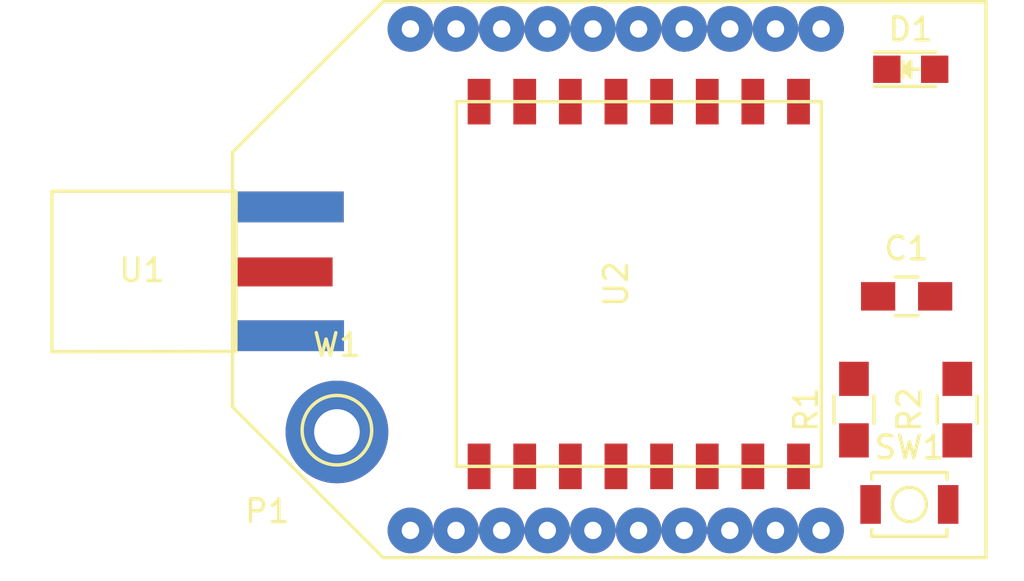
<source format=kicad_pcb>
(kicad_pcb (version 4) (host pcbnew 4.0.4-stable)

  (general
    (links 30)
    (no_connects 28)
    (area 0 0 0 0)
    (thickness 1.6)
    (drawings 0)
    (tracks 0)
    (zones 0)
    (modules 9)
    (nets 23)
  )

  (page A4)
  (layers
    (0 F.Cu signal)
    (31 B.Cu signal)
    (32 B.Adhes user)
    (33 F.Adhes user)
    (34 B.Paste user)
    (35 F.Paste user)
    (36 B.SilkS user)
    (37 F.SilkS user)
    (38 B.Mask user)
    (39 F.Mask user)
    (40 Dwgs.User user)
    (41 Cmts.User user)
    (42 Eco1.User user)
    (43 Eco2.User user)
    (44 Edge.Cuts user)
    (45 Margin user)
    (46 B.CrtYd user)
    (47 F.CrtYd user)
    (48 B.Fab user)
    (49 F.Fab user)
  )

  (setup
    (last_trace_width 0.25)
    (trace_clearance 0.2)
    (zone_clearance 0.508)
    (zone_45_only no)
    (trace_min 0.2)
    (segment_width 0.2)
    (edge_width 0.15)
    (via_size 0.6)
    (via_drill 0.4)
    (via_min_size 0.4)
    (via_min_drill 0.3)
    (uvia_size 0.3)
    (uvia_drill 0.1)
    (uvias_allowed no)
    (uvia_min_size 0.2)
    (uvia_min_drill 0.1)
    (pcb_text_width 0.3)
    (pcb_text_size 1.5 1.5)
    (mod_edge_width 0.15)
    (mod_text_size 1 1)
    (mod_text_width 0.15)
    (pad_size 1.524 1.524)
    (pad_drill 0.762)
    (pad_to_mask_clearance 0.2)
    (aux_axis_origin 0 0)
    (visible_elements FFFFFF7F)
    (pcbplotparams
      (layerselection 0x00030_80000001)
      (usegerberextensions false)
      (excludeedgelayer true)
      (linewidth 0.100000)
      (plotframeref false)
      (viasonmask false)
      (mode 1)
      (useauxorigin false)
      (hpglpennumber 1)
      (hpglpenspeed 20)
      (hpglpendiameter 15)
      (hpglpenoverlay 2)
      (psnegative false)
      (psa4output false)
      (plotreference true)
      (plotvalue true)
      (plotinvisibletext false)
      (padsonsilk false)
      (subtractmaskfromsilk false)
      (outputformat 1)
      (mirror false)
      (drillshape 1)
      (scaleselection 1)
      (outputdirectory ""))
  )

  (net 0 "")
  (net 1 nRESET)
  (net 2 GND)
  (net 3 RFM_VIN)
  (net 4 "Net-(D1-Pad1)")
  (net 5 "Net-(P1-Pad2)")
  (net 6 "Net-(P1-Pad3)")
  (net 7 SPI_MISO)
  (net 8 "Net-(P1-Pad6)")
  (net 9 "Net-(P1-Pad7)")
  (net 10 "Net-(P1-Pad8)")
  (net 11 SPI_MOSI)
  (net 12 DIO4)
  (net 13 "Net-(P1-Pad13)")
  (net 14 "Net-(P1-Pad14)")
  (net 15 SPI_SCK)
  (net 16 DIO5)
  (net 17 DIO3)
  (net 18 DIO2)
  (net 19 DIO1)
  (net 20 DIO0)
  (net 21 SPI_nCS)
  (net 22 ANT)

  (net_class Default "This is the default net class."
    (clearance 0.2)
    (trace_width 0.25)
    (via_dia 0.6)
    (via_drill 0.4)
    (uvia_dia 0.3)
    (uvia_drill 0.1)
    (add_net ANT)
    (add_net DIO0)
    (add_net DIO1)
    (add_net DIO2)
    (add_net DIO3)
    (add_net DIO4)
    (add_net DIO5)
    (add_net GND)
    (add_net "Net-(D1-Pad1)")
    (add_net "Net-(P1-Pad13)")
    (add_net "Net-(P1-Pad14)")
    (add_net "Net-(P1-Pad2)")
    (add_net "Net-(P1-Pad3)")
    (add_net "Net-(P1-Pad6)")
    (add_net "Net-(P1-Pad7)")
    (add_net "Net-(P1-Pad8)")
    (add_net RFM_VIN)
    (add_net SPI_MISO)
    (add_net SPI_MOSI)
    (add_net SPI_SCK)
    (add_net SPI_nCS)
    (add_net nRESET)
  )

  (module Capacitors_SMD:C_0805_HandSoldering (layer F.Cu) (tedit 541A9B8D) (tstamp 583F0922)
    (at 171.4 93.35)
    (descr "Capacitor SMD 0805, hand soldering")
    (tags "capacitor 0805")
    (path /5838E25D)
    (attr smd)
    (fp_text reference C1 (at 0 -2.1) (layer F.SilkS)
      (effects (font (size 1 1) (thickness 0.15)))
    )
    (fp_text value 15nF (at 0 2.1) (layer F.Fab)
      (effects (font (size 1 1) (thickness 0.15)))
    )
    (fp_line (start -1 0.625) (end -1 -0.625) (layer F.Fab) (width 0.15))
    (fp_line (start 1 0.625) (end -1 0.625) (layer F.Fab) (width 0.15))
    (fp_line (start 1 -0.625) (end 1 0.625) (layer F.Fab) (width 0.15))
    (fp_line (start -1 -0.625) (end 1 -0.625) (layer F.Fab) (width 0.15))
    (fp_line (start -2.3 -1) (end 2.3 -1) (layer F.CrtYd) (width 0.05))
    (fp_line (start -2.3 1) (end 2.3 1) (layer F.CrtYd) (width 0.05))
    (fp_line (start -2.3 -1) (end -2.3 1) (layer F.CrtYd) (width 0.05))
    (fp_line (start 2.3 -1) (end 2.3 1) (layer F.CrtYd) (width 0.05))
    (fp_line (start 0.5 -0.85) (end -0.5 -0.85) (layer F.SilkS) (width 0.15))
    (fp_line (start -0.5 0.85) (end 0.5 0.85) (layer F.SilkS) (width 0.15))
    (pad 1 smd rect (at -1.25 0) (size 1.5 1.25) (layers F.Cu F.Paste F.Mask)
      (net 1 nRESET))
    (pad 2 smd rect (at 1.25 0) (size 1.5 1.25) (layers F.Cu F.Paste F.Mask)
      (net 2 GND))
    (model Capacitors_SMD.3dshapes/C_0805_HandSoldering.wrl
      (at (xyz 0 0 0))
      (scale (xyz 1 1 1))
      (rotate (xyz 0 0 0))
    )
  )

  (module LEDs:LED_0805 (layer F.Cu) (tedit 55BDE1C2) (tstamp 583F0928)
    (at 171.58 83.39)
    (descr "LED 0805 smd package")
    (tags "LED 0805 SMD")
    (path /5838C372)
    (attr smd)
    (fp_text reference D1 (at 0 -1.75) (layer F.SilkS)
      (effects (font (size 1 1) (thickness 0.15)))
    )
    (fp_text value POWER (at 0 1.75) (layer F.Fab)
      (effects (font (size 1 1) (thickness 0.15)))
    )
    (fp_line (start -0.4 -0.3) (end -0.4 0.3) (layer F.Fab) (width 0.15))
    (fp_line (start -0.3 0) (end 0 -0.3) (layer F.Fab) (width 0.15))
    (fp_line (start 0 0.3) (end -0.3 0) (layer F.Fab) (width 0.15))
    (fp_line (start 0 -0.3) (end 0 0.3) (layer F.Fab) (width 0.15))
    (fp_line (start 1 -0.6) (end -1 -0.6) (layer F.Fab) (width 0.15))
    (fp_line (start 1 0.6) (end 1 -0.6) (layer F.Fab) (width 0.15))
    (fp_line (start -1 0.6) (end 1 0.6) (layer F.Fab) (width 0.15))
    (fp_line (start -1 -0.6) (end -1 0.6) (layer F.Fab) (width 0.15))
    (fp_line (start -1.6 0.75) (end 1.1 0.75) (layer F.SilkS) (width 0.15))
    (fp_line (start -1.6 -0.75) (end 1.1 -0.75) (layer F.SilkS) (width 0.15))
    (fp_line (start -0.1 0.15) (end -0.1 -0.1) (layer F.SilkS) (width 0.15))
    (fp_line (start -0.1 -0.1) (end -0.25 0.05) (layer F.SilkS) (width 0.15))
    (fp_line (start -0.35 -0.35) (end -0.35 0.35) (layer F.SilkS) (width 0.15))
    (fp_line (start 0 0) (end 0.35 0) (layer F.SilkS) (width 0.15))
    (fp_line (start -0.35 0) (end 0 -0.35) (layer F.SilkS) (width 0.15))
    (fp_line (start 0 -0.35) (end 0 0.35) (layer F.SilkS) (width 0.15))
    (fp_line (start 0 0.35) (end -0.35 0) (layer F.SilkS) (width 0.15))
    (fp_line (start 1.9 -0.95) (end 1.9 0.95) (layer F.CrtYd) (width 0.05))
    (fp_line (start 1.9 0.95) (end -1.9 0.95) (layer F.CrtYd) (width 0.05))
    (fp_line (start -1.9 0.95) (end -1.9 -0.95) (layer F.CrtYd) (width 0.05))
    (fp_line (start -1.9 -0.95) (end 1.9 -0.95) (layer F.CrtYd) (width 0.05))
    (pad 2 smd rect (at 1.04902 0 180) (size 1.19888 1.19888) (layers F.Cu F.Paste F.Mask)
      (net 3 RFM_VIN))
    (pad 1 smd rect (at -1.04902 0 180) (size 1.19888 1.19888) (layers F.Cu F.Paste F.Mask)
      (net 4 "Net-(D1-Pad1)"))
    (model LEDs.3dshapes/LED_0805.wrl
      (at (xyz 0 0 0))
      (scale (xyz 1 1 1))
      (rotate (xyz 0 0 0))
    )
  )

  (module Xbee:Xbee_mod (layer F.Cu) (tedit 57D6BC02) (tstamp 583F0940)
    (at 148.46 104.81)
    (path /583BEC95)
    (fp_text reference P1 (at -5.08 -2.032) (layer F.SilkS)
      (effects (font (size 1 1) (thickness 0.15)))
    )
    (fp_text value XBEE (at 11.684 -18.796) (layer F.Fab)
      (effects (font (size 1 1) (thickness 0.15)))
    )
    (fp_circle (center -2.032 -5.588) (end -2.032 -4.064) (layer F.SilkS) (width 0.15))
    (fp_line (start -6.604 -6.604) (end 0 0) (layer F.SilkS) (width 0.15))
    (fp_line (start -6.604 -6.604) (end -6.604 -17.78) (layer F.SilkS) (width 0.15))
    (fp_line (start -6.604 -17.78) (end 0 -24.384) (layer F.SilkS) (width 0.15))
    (fp_line (start 0 -24.384) (end 26.416 -24.384) (layer F.SilkS) (width 0.15))
    (fp_line (start 26.416 -24.384) (end 26.416 0) (layer F.SilkS) (width 0.15))
    (fp_line (start 26.416 0) (end 0 0) (layer F.SilkS) (width 0.15))
    (pad 1 thru_hole circle (at 1.19 -1.19) (size 2 2) (drill 0.762) (layers *.Cu *.Mask)
      (net 3 RFM_VIN))
    (pad 2 thru_hole circle (at 3.19 -1.19) (size 2 2) (drill 0.762) (layers *.Cu *.Mask)
      (net 5 "Net-(P1-Pad2)"))
    (pad 3 thru_hole circle (at 5.19 -1.19) (size 2 2) (drill 0.762) (layers *.Cu *.Mask)
      (net 6 "Net-(P1-Pad3)"))
    (pad 4 thru_hole circle (at 7.19 -1.19) (size 2 2) (drill 0.762) (layers *.Cu *.Mask)
      (net 7 SPI_MISO))
    (pad 5 thru_hole circle (at 9.19 -1.19) (size 2 2) (drill 0.762) (layers *.Cu *.Mask)
      (net 1 nRESET))
    (pad 6 thru_hole circle (at 11.19 -1.19) (size 2 2) (drill 0.762) (layers *.Cu *.Mask)
      (net 8 "Net-(P1-Pad6)"))
    (pad 7 thru_hole circle (at 13.19 -1.19) (size 2 2) (drill 0.762) (layers *.Cu *.Mask)
      (net 9 "Net-(P1-Pad7)"))
    (pad 8 thru_hole circle (at 15.19 -1.19) (size 2 2) (drill 0.762) (layers *.Cu *.Mask)
      (net 10 "Net-(P1-Pad8)"))
    (pad 9 thru_hole circle (at 17.19 -1.19) (size 2 2) (drill 0.762) (layers *.Cu *.Mask)
      (net 11 SPI_MOSI))
    (pad 10 thru_hole circle (at 19.19 -1.19) (size 2 2) (drill 0.762) (layers *.Cu *.Mask)
      (net 2 GND))
    (pad 11 thru_hole circle (at 19.19 -23.19) (size 2 2) (drill 0.762) (layers *.Cu *.Mask)
      (net 12 DIO4))
    (pad 13 thru_hole circle (at 15.19 -23.19) (size 2 2) (drill 0.762) (layers *.Cu *.Mask)
      (net 13 "Net-(P1-Pad13)"))
    (pad 14 thru_hole circle (at 13.19 -23.19) (size 2 2) (drill 0.762) (layers *.Cu *.Mask)
      (net 14 "Net-(P1-Pad14)"))
    (pad 15 thru_hole circle (at 11.19 -23.19) (size 2 2) (drill 0.762) (layers *.Cu *.Mask)
      (net 15 SPI_SCK))
    (pad 16 thru_hole circle (at 9.19 -23.19) (size 2 2) (drill 0.762) (layers *.Cu *.Mask)
      (net 16 DIO5))
    (pad 17 thru_hole circle (at 7.19 -23.19) (size 2 2) (drill 0.762) (layers *.Cu *.Mask)
      (net 17 DIO3))
    (pad 18 thru_hole circle (at 5.19 -23.19) (size 2 2) (drill 0.762) (layers *.Cu *.Mask)
      (net 18 DIO2))
    (pad 19 thru_hole circle (at 3.19 -23.19) (size 2 2) (drill 0.762) (layers *.Cu *.Mask)
      (net 19 DIO1))
    (pad 20 thru_hole circle (at 1.19 -23.19) (size 2 2) (drill 0.762) (layers *.Cu *.Mask)
      (net 20 DIO0))
    (pad 12 thru_hole circle (at 17.19 -23.19) (size 2 2) (drill 0.762) (layers *.Cu *.Mask)
      (net 21 SPI_nCS))
  )

  (module Resistors_SMD:R_0805_HandSoldering (layer F.Cu) (tedit 58307B90) (tstamp 583F0946)
    (at 169.09 98.32 90)
    (descr "Resistor SMD 0805, hand soldering")
    (tags "resistor 0805")
    (path /5838C3C9)
    (attr smd)
    (fp_text reference R1 (at 0 -2.1 90) (layer F.SilkS)
      (effects (font (size 1 1) (thickness 0.15)))
    )
    (fp_text value 1K (at 0 2.1 90) (layer F.Fab)
      (effects (font (size 1 1) (thickness 0.15)))
    )
    (fp_line (start -1 0.625) (end -1 -0.625) (layer F.Fab) (width 0.1))
    (fp_line (start 1 0.625) (end -1 0.625) (layer F.Fab) (width 0.1))
    (fp_line (start 1 -0.625) (end 1 0.625) (layer F.Fab) (width 0.1))
    (fp_line (start -1 -0.625) (end 1 -0.625) (layer F.Fab) (width 0.1))
    (fp_line (start -2.4 -1) (end 2.4 -1) (layer F.CrtYd) (width 0.05))
    (fp_line (start -2.4 1) (end 2.4 1) (layer F.CrtYd) (width 0.05))
    (fp_line (start -2.4 -1) (end -2.4 1) (layer F.CrtYd) (width 0.05))
    (fp_line (start 2.4 -1) (end 2.4 1) (layer F.CrtYd) (width 0.05))
    (fp_line (start 0.6 0.875) (end -0.6 0.875) (layer F.SilkS) (width 0.15))
    (fp_line (start -0.6 -0.875) (end 0.6 -0.875) (layer F.SilkS) (width 0.15))
    (pad 1 smd rect (at -1.35 0 90) (size 1.5 1.3) (layers F.Cu F.Paste F.Mask)
      (net 4 "Net-(D1-Pad1)"))
    (pad 2 smd rect (at 1.35 0 90) (size 1.5 1.3) (layers F.Cu F.Paste F.Mask)
      (net 2 GND))
    (model Resistors_SMD.3dshapes/R_0805_HandSoldering.wrl
      (at (xyz 0 0 0))
      (scale (xyz 1 1 1))
      (rotate (xyz 0 0 0))
    )
  )

  (module Resistors_SMD:R_0805_HandSoldering (layer F.Cu) (tedit 58307B90) (tstamp 583F094C)
    (at 173.62 98.32 90)
    (descr "Resistor SMD 0805, hand soldering")
    (tags "resistor 0805")
    (path /583C38A1)
    (attr smd)
    (fp_text reference R2 (at 0 -2.1 90) (layer F.SilkS)
      (effects (font (size 1 1) (thickness 0.15)))
    )
    (fp_text value 1K (at 0 2.1 90) (layer F.Fab)
      (effects (font (size 1 1) (thickness 0.15)))
    )
    (fp_line (start -1 0.625) (end -1 -0.625) (layer F.Fab) (width 0.1))
    (fp_line (start 1 0.625) (end -1 0.625) (layer F.Fab) (width 0.1))
    (fp_line (start 1 -0.625) (end 1 0.625) (layer F.Fab) (width 0.1))
    (fp_line (start -1 -0.625) (end 1 -0.625) (layer F.Fab) (width 0.1))
    (fp_line (start -2.4 -1) (end 2.4 -1) (layer F.CrtYd) (width 0.05))
    (fp_line (start -2.4 1) (end 2.4 1) (layer F.CrtYd) (width 0.05))
    (fp_line (start -2.4 -1) (end -2.4 1) (layer F.CrtYd) (width 0.05))
    (fp_line (start 2.4 -1) (end 2.4 1) (layer F.CrtYd) (width 0.05))
    (fp_line (start 0.6 0.875) (end -0.6 0.875) (layer F.SilkS) (width 0.15))
    (fp_line (start -0.6 -0.875) (end 0.6 -0.875) (layer F.SilkS) (width 0.15))
    (pad 1 smd rect (at -1.35 0 90) (size 1.5 1.3) (layers F.Cu F.Paste F.Mask)
      (net 3 RFM_VIN))
    (pad 2 smd rect (at 1.35 0 90) (size 1.5 1.3) (layers F.Cu F.Paste F.Mask)
      (net 1 nRESET))
    (model Resistors_SMD.3dshapes/R_0805_HandSoldering.wrl
      (at (xyz 0 0 0))
      (scale (xyz 1 1 1))
      (rotate (xyz 0 0 0))
    )
  )

  (module Buttons_Switches_SMD:SW_SPST_B3U-1000P (layer F.Cu) (tedit 56EAB432) (tstamp 583F0952)
    (at 171.52 102.48)
    (descr "Ultra-small-sized Tactile Switch with High Contact Reliability, Top-actuated Model, without Ground Terminal, without Boss")
    (tags "Tactile Switch")
    (path /5838DE71)
    (attr smd)
    (fp_text reference SW1 (at 0 -2.5) (layer F.SilkS)
      (effects (font (size 1 1) (thickness 0.15)))
    )
    (fp_text value RESET (at 0 2.5) (layer F.Fab)
      (effects (font (size 1 1) (thickness 0.15)))
    )
    (fp_line (start -2.4 1.65) (end 2.4 1.65) (layer F.CrtYd) (width 0.05))
    (fp_line (start 2.4 1.65) (end 2.4 -1.65) (layer F.CrtYd) (width 0.05))
    (fp_line (start 2.4 -1.65) (end -2.4 -1.65) (layer F.CrtYd) (width 0.05))
    (fp_line (start -2.4 -1.65) (end -2.4 1.65) (layer F.CrtYd) (width 0.05))
    (fp_circle (center 0 0) (end 0.75 0) (layer F.SilkS) (width 0.15))
    (fp_line (start -1.65 1.1) (end -1.65 1.4) (layer F.SilkS) (width 0.15))
    (fp_line (start -1.65 1.4) (end 1.65 1.4) (layer F.SilkS) (width 0.15))
    (fp_line (start 1.65 1.4) (end 1.65 1.1) (layer F.SilkS) (width 0.15))
    (fp_line (start -1.65 -1.1) (end -1.65 -1.4) (layer F.SilkS) (width 0.15))
    (fp_line (start -1.65 -1.4) (end 1.65 -1.4) (layer F.SilkS) (width 0.15))
    (fp_line (start 1.65 -1.4) (end 1.65 -1.1) (layer F.SilkS) (width 0.15))
    (fp_line (start -1.5 -1.25) (end 1.5 -1.25) (layer F.Fab) (width 0.15))
    (fp_line (start 1.5 -1.25) (end 1.5 1.25) (layer F.Fab) (width 0.15))
    (fp_line (start 1.5 1.25) (end -1.5 1.25) (layer F.Fab) (width 0.15))
    (fp_line (start -1.5 1.25) (end -1.5 -1.25) (layer F.Fab) (width 0.15))
    (pad 1 smd rect (at -1.7 0) (size 0.9 1.7) (layers F.Cu F.Paste F.Mask)
      (net 2 GND))
    (pad 2 smd rect (at 1.7 0) (size 0.9 1.7) (layers F.Cu F.Paste F.Mask)
      (net 1 nRESET))
  )

  (module sma:Sma_Edge_6 (layer F.Cu) (tedit 583F09E3) (tstamp 583F095B)
    (at 142.04 88.77)
    (path /583BE8AA)
    (fp_text reference U1 (at -4.15 3.43) (layer F.SilkS)
      (effects (font (size 1 1) (thickness 0.15)))
    )
    (fp_text value EDGE_SMA (at -9.53 3.6 90) (layer F.Fab)
      (effects (font (size 1 1) (thickness 0.15)))
    )
    (fp_line (start -0.03 -0.02) (end -0.04 7) (layer F.SilkS) (width 0.15))
    (fp_line (start -0.04 7) (end -8.1 7.01) (layer F.SilkS) (width 0.15))
    (fp_line (start -8.1 7.01) (end -8.1 -0.03) (layer F.SilkS) (width 0.15))
    (fp_line (start -8.1 -0.03) (end -0.03 -0.03) (layer F.SilkS) (width 0.15))
    (pad 5 smd rect (at 2.33 0.66) (size 4.7 1.35) (layers B.Cu F.Paste F.Mask)
      (net 2 GND))
    (pad 1 smd rect (at 2.1 3.51) (size 4.2 1.27) (layers F.Cu F.Paste F.Mask)
      (net 22 ANT))
    (pad 2 smd rect (at 2.34 0.66) (size 4.7 1.35) (layers F.Cu F.Paste F.Mask)
      (net 2 GND))
    (pad 3 smd rect (at 2.35 6.31) (size 4.7 1.35) (layers F.Cu F.Paste F.Mask)
      (net 2 GND))
    (pad 4 smd rect (at 2.35 6.31) (size 4.7 1.35) (layers B.Cu F.Paste F.Mask)
      (net 2 GND))
  )

  (module Temp:RFM92_95_96_98 (layer F.Cu) (tedit 583DAC8B) (tstamp 583F096F)
    (at 152.66 100.81 90)
    (path /583BEAC0)
    (fp_text reference U2 (at 8 6 90) (layer F.SilkS)
      (effects (font (size 1 1) (thickness 0.15)))
    )
    (fp_text value RFM92/95 (at 8 2.5 90) (layer F.Fab)
      (effects (font (size 1 1) (thickness 0.15)))
    )
    (fp_line (start 0 -1) (end 0 15) (layer F.SilkS) (width 0.15))
    (fp_line (start 0 15) (end 16 15) (layer F.SilkS) (width 0.15))
    (fp_line (start 16 15) (end 16 -1) (layer F.SilkS) (width 0.15))
    (fp_line (start 16 -1) (end 0 -1) (layer F.SilkS) (width 0.15))
    (pad 1 smd rect (at 0 0 90) (size 2 1) (layers F.Cu F.Paste F.Mask)
      (net 2 GND))
    (pad 2 smd rect (at 0 2 90) (size 2 1) (layers F.Cu F.Paste F.Mask)
      (net 7 SPI_MISO))
    (pad 3 smd rect (at 0 4 90) (size 2 1) (layers F.Cu F.Paste F.Mask)
      (net 11 SPI_MOSI))
    (pad 4 smd rect (at 0 6 90) (size 2 1) (layers F.Cu F.Paste F.Mask)
      (net 15 SPI_SCK))
    (pad 5 smd rect (at 0 8 90) (size 2 1) (layers F.Cu F.Paste F.Mask)
      (net 21 SPI_nCS))
    (pad 6 smd rect (at 0 10 90) (size 2 1) (layers F.Cu F.Paste F.Mask)
      (net 1 nRESET))
    (pad 7 smd rect (at 0 12 90) (size 2 1) (layers F.Cu F.Paste F.Mask)
      (net 16 DIO5))
    (pad 8 smd rect (at 0 14 90) (size 2 1) (layers F.Cu F.Paste F.Mask)
      (net 2 GND))
    (pad 9 smd rect (at 16 14 90) (size 2 1) (layers F.Cu F.Paste F.Mask)
      (net 22 ANT))
    (pad 10 smd rect (at 16 12 90) (size 2 1) (layers F.Cu F.Paste F.Mask)
      (net 2 GND))
    (pad 11 smd rect (at 16 10 90) (size 2 1) (layers F.Cu F.Paste F.Mask)
      (net 17 DIO3))
    (pad 12 smd rect (at 16 8 90) (size 2 1) (layers F.Cu F.Paste F.Mask)
      (net 12 DIO4))
    (pad 13 smd rect (at 16 6 90) (size 2 1) (layers F.Cu F.Paste F.Mask)
      (net 3 RFM_VIN))
    (pad 14 smd rect (at 16 4 90) (size 2 1) (layers F.Cu F.Paste F.Mask)
      (net 20 DIO0))
    (pad 15 smd rect (at 16 2 90) (size 2 1) (layers F.Cu F.Paste F.Mask)
      (net 19 DIO1))
    (pad 16 smd rect (at 16 0 90) (size 2 1) (layers F.Cu F.Paste F.Mask)
      (net 18 DIO2))
  )

  (module Wire_Pads:SolderWirePad_single_2mmDrill (layer F.Cu) (tedit 583F09C6) (tstamp 583F0974)
    (at 146.43 99.3)
    (path /5836ECB3)
    (fp_text reference W1 (at 0 -3.81) (layer F.SilkS)
      (effects (font (size 1 1) (thickness 0.15)))
    )
    (fp_text value WIRE_ANT (at -3.14 0.83 270) (layer F.Fab)
      (effects (font (size 1 1) (thickness 0.15)))
    )
    (pad 1 thru_hole circle (at 0 0) (size 4.50088 4.50088) (drill 1.99898) (layers *.Cu *.Mask)
      (net 22 ANT))
  )

)

</source>
